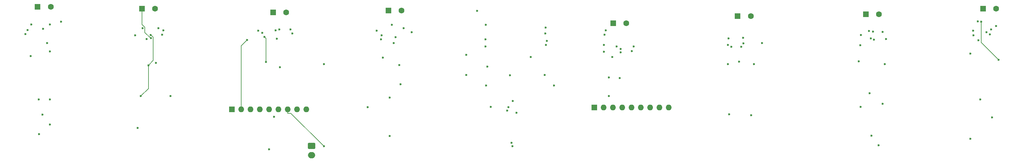
<source format=gbr>
%TF.GenerationSoftware,KiCad,Pcbnew,8.0.8*%
%TF.CreationDate,2025-05-04T20:59:53-05:00*%
%TF.ProjectId,Feedback_sleeve,46656564-6261-4636-9b5f-736c65657665,rev?*%
%TF.SameCoordinates,Original*%
%TF.FileFunction,Copper,L4,Inr*%
%TF.FilePolarity,Positive*%
%FSLAX46Y46*%
G04 Gerber Fmt 4.6, Leading zero omitted, Abs format (unit mm)*
G04 Created by KiCad (PCBNEW 8.0.8) date 2025-05-04 20:59:53*
%MOMM*%
%LPD*%
G01*
G04 APERTURE LIST*
G04 Aperture macros list*
%AMRoundRect*
0 Rectangle with rounded corners*
0 $1 Rounding radius*
0 $2 $3 $4 $5 $6 $7 $8 $9 X,Y pos of 4 corners*
0 Add a 4 corners polygon primitive as box body*
4,1,4,$2,$3,$4,$5,$6,$7,$8,$9,$2,$3,0*
0 Add four circle primitives for the rounded corners*
1,1,$1+$1,$2,$3*
1,1,$1+$1,$4,$5*
1,1,$1+$1,$6,$7*
1,1,$1+$1,$8,$9*
0 Add four rect primitives between the rounded corners*
20,1,$1+$1,$2,$3,$4,$5,0*
20,1,$1+$1,$4,$5,$6,$7,0*
20,1,$1+$1,$6,$7,$8,$9,0*
20,1,$1+$1,$8,$9,$2,$3,0*%
G04 Aperture macros list end*
%TA.AperFunction,ComponentPad*%
%ADD10RoundRect,0.250000X-0.550000X-0.550000X0.550000X-0.550000X0.550000X0.550000X-0.550000X0.550000X0*%
%TD*%
%TA.AperFunction,ComponentPad*%
%ADD11C,1.600000*%
%TD*%
%TA.AperFunction,ComponentPad*%
%ADD12R,1.600000X1.600000*%
%TD*%
%TA.AperFunction,ComponentPad*%
%ADD13O,1.600000X1.600000*%
%TD*%
%TA.AperFunction,ComponentPad*%
%ADD14RoundRect,0.250000X-0.750000X0.600000X-0.750000X-0.600000X0.750000X-0.600000X0.750000X0.600000X0*%
%TD*%
%TA.AperFunction,ComponentPad*%
%ADD15O,2.000000X1.700000*%
%TD*%
%TA.AperFunction,ViaPad*%
%ADD16C,0.600000*%
%TD*%
%TA.AperFunction,Conductor*%
%ADD17C,0.200000*%
%TD*%
G04 APERTURE END LIST*
D10*
%TO.N,Net-(J7-Pin_1)*%
%TO.C,J7*%
X242900000Y-17500000D03*
D11*
%TO.N,Net-(J7-Pin_2)*%
X246500000Y-17500000D03*
%TD*%
D10*
%TO.N,Net-(J8-Pin_1)*%
%TO.C,J8*%
X274900000Y-16000000D03*
D11*
%TO.N,Net-(J8-Pin_2)*%
X278500000Y-16000000D03*
%TD*%
D10*
%TO.N,Net-(J2-Pin_1)*%
%TO.C,J2*%
X45200000Y-16000000D03*
D11*
%TO.N,Net-(J2-Pin_2)*%
X48800000Y-16000000D03*
%TD*%
D10*
%TO.N,Net-(J6-Pin_1)*%
%TO.C,J6*%
X207900000Y-18000000D03*
D11*
%TO.N,Net-(J6-Pin_2)*%
X211500000Y-18000000D03*
%TD*%
D10*
%TO.N,Net-(J3-Pin_1)*%
%TO.C,J3*%
X81000000Y-17000000D03*
D11*
%TO.N,Net-(J3-Pin_2)*%
X84600000Y-17000000D03*
%TD*%
D12*
%TO.N,Net-(RN1-common)*%
%TO.C,RN2*%
X69760000Y-43500000D03*
D13*
%TO.N,Net-(RN2-R1)*%
X72300000Y-43500000D03*
%TO.N,Net-(RN2-R2)*%
X74840000Y-43500000D03*
%TO.N,Net-(RN2-R3)*%
X77380000Y-43500000D03*
%TO.N,Net-(RN2-R4)*%
X79920000Y-43500000D03*
%TO.N,Net-(RN2-R5)*%
X82460000Y-43500000D03*
%TO.N,Net-(RN2-R6)*%
X85000000Y-43500000D03*
%TO.N,Net-(RN2-R7)*%
X87540000Y-43500000D03*
%TO.N,Net-(RN2-R8)*%
X90080000Y-43500000D03*
%TD*%
D14*
%TO.N,Net-(J9-Pin_1)*%
%TO.C,J9*%
X91500000Y-53500000D03*
D15*
%TO.N,Net-(J9-Pin_2)*%
X91500000Y-56000000D03*
%TD*%
D10*
%TO.N,Net-(J4-Pin_1)*%
%TO.C,J4*%
X112500000Y-16500000D03*
D11*
%TO.N,Net-(J4-Pin_2)*%
X116100000Y-16500000D03*
%TD*%
D12*
%TO.N,Net-(RN1-common)*%
%TO.C,RN1*%
X168760000Y-43000000D03*
D13*
%TO.N,Net-(RN1-R1)*%
X171300000Y-43000000D03*
%TO.N,Net-(RN1-R2)*%
X173840000Y-43000000D03*
%TO.N,Net-(RN1-R3)*%
X176380000Y-43000000D03*
%TO.N,Net-(RN1-R4)*%
X178920000Y-43000000D03*
%TO.N,Net-(RN1-R5)*%
X181460000Y-43000000D03*
%TO.N,Net-(RN1-R6)*%
X184000000Y-43000000D03*
%TO.N,Net-(RN1-R7)*%
X186540000Y-43000000D03*
%TO.N,Net-(RN1-R8)*%
X189080000Y-43000000D03*
%TD*%
D10*
%TO.N,Net-(J1-Pin_1)*%
%TO.C,J1*%
X16700000Y-15500000D03*
D11*
%TO.N,Net-(J1-Pin_2)*%
X20300000Y-15500000D03*
%TD*%
D10*
%TO.N,Net-(J5-Pin_1)*%
%TO.C,J5*%
X173900000Y-20000000D03*
D11*
%TO.N,Net-(J5-Pin_2)*%
X177500000Y-20000000D03*
%TD*%
D16*
%TO.N,Net-(U1-GND)*%
X17095500Y-50321100D03*
X171377100Y-27752000D03*
X205594700Y-44905300D03*
X14834800Y-28967500D03*
X179017600Y-27617400D03*
X47589500Y-23225400D03*
X110467800Y-24348000D03*
X172682700Y-34819700D03*
X112842700Y-40329300D03*
X208245400Y-30467500D03*
X50728400Y-23100000D03*
X209432800Y-25440000D03*
X272252400Y-23280900D03*
X171566300Y-23086900D03*
X79067000Y-30518700D03*
X46961400Y-31470500D03*
X244401700Y-50745200D03*
X243947400Y-39076400D03*
X44866000Y-39904100D03*
X17001400Y-40829300D03*
X240951400Y-30411500D03*
X274157400Y-40829300D03*
X78663200Y-23693200D03*
X271418700Y-28282100D03*
X110979400Y-29408200D03*
X155457500Y-21133100D03*
X13395100Y-22941500D03*
X214570700Y-25376200D03*
X245123800Y-24500000D03*
%TO.N,Net-(U2-REG)*%
X274410700Y-19564400D03*
X279125700Y-29974700D03*
%TO.N,Net-(U4-REG)*%
X175674700Y-34923400D03*
%TO.N,Net-(U5-REG)*%
X113469400Y-20366500D03*
X115453800Y-31382200D03*
%TO.N,Net-(U10-REG)*%
X45411400Y-21344600D03*
X49065500Y-30811900D03*
%TO.N,Net-(U6-REG)*%
X15016300Y-20335300D03*
X20090700Y-47685200D03*
%TO.N,Net-(U9-REG)*%
X76938700Y-22008700D03*
X82922700Y-31970500D03*
%TO.N,Net-(U7-REG)*%
X243781600Y-22118400D03*
X246384400Y-53336900D03*
%TO.N,Net-(J1-Pin_1)*%
X19292700Y-25376200D03*
%TO.N,Net-(J1-Pin_2)*%
X23082700Y-19564400D03*
%TO.N,Net-(J2-Pin_2)*%
X51017600Y-21908700D03*
%TO.N,Net-(J2-Pin_1)*%
X47668900Y-24070700D03*
%TO.N,Net-(J3-Pin_2)*%
X85786700Y-21656900D03*
%TO.N,Net-(J3-Pin_1)*%
X86280400Y-22742700D03*
%TO.N,Net-(J4-Pin_1)*%
X114461700Y-23761600D03*
%TO.N,Net-(J4-Pin_2)*%
X118886400Y-22470300D03*
%TO.N,Net-(J5-Pin_2)*%
X179457200Y-26300300D03*
%TO.N,Net-(J5-Pin_1)*%
X175926200Y-27900000D03*
%TO.N,Net-(J6-Pin_1)*%
X208896100Y-26420700D03*
%TO.N,Net-(J7-Pin_1)*%
X248395400Y-24250000D03*
%TO.N,Net-(J7-Pin_2)*%
X244868400Y-22227600D03*
%TO.N,Net-(J8-Pin_1)*%
X276779600Y-23010400D03*
%TO.N,Net-(J8-Pin_2)*%
X277122500Y-21666800D03*
%TO.N,Net-(J9-Pin_1)*%
X145754700Y-34211000D03*
X94890700Y-31188000D03*
%TO.N,Net-(U1-PC01_A1_D1)*%
X173685700Y-29242000D03*
X171845900Y-21950500D03*
X139125100Y-20375000D03*
%TO.N,Net-(U1-PC05_A5_D5_SCL)*%
X139557100Y-31818900D03*
%TO.N,Net-(U1-PA03_A8_D8_SCK)*%
X82011000Y-24176200D03*
%TO.N,Net-(U1-PC00_A0_D0)*%
X273512700Y-19481600D03*
X273612700Y-24641500D03*
X136778700Y-16617400D03*
%TO.N,Net-(U1-PC06_A6_D6_TX)*%
X133786700Y-34093900D03*
X205249400Y-31188000D03*
X206170900Y-26416600D03*
%TO.N,Net-(U1-PC02_A2_D2)*%
X139058900Y-24413400D03*
X113954100Y-25376200D03*
%TO.N,Net-(U1-PA04_A9_D9_MISO)*%
X46445800Y-24270700D03*
X151344000Y-29168400D03*
%TO.N,Net-(U1-PC04_A4_D4_SDA)*%
X133786700Y-28647700D03*
%TO.N,Net-(U1-PC07_A7_D7_RX)*%
X155190200Y-34138800D03*
%TO.N,Net-(U1-PC03_A3_D3)*%
X139058900Y-26342800D03*
X241421900Y-25985700D03*
%TO.N,Net-(RN1-common)*%
X139214400Y-36999800D03*
X247484100Y-22339600D03*
X157739200Y-36999800D03*
X20092300Y-40829300D03*
X20090700Y-27682400D03*
X116668800Y-21334700D03*
X53002700Y-39905700D03*
X115830300Y-36619000D03*
X82695300Y-21708700D03*
X278429300Y-20774000D03*
X20090700Y-20330100D03*
X248039400Y-31188000D03*
X247482700Y-41982700D03*
X212337400Y-31188000D03*
X211578700Y-45078700D03*
X175924200Y-26989200D03*
X49716200Y-21330200D03*
X155381200Y-22754500D03*
X209417200Y-23983900D03*
%TO.N,Net-(RN1-R6)*%
X81279700Y-45523400D03*
X81692800Y-21917300D03*
%TO.N,Net-(RN1-R7)*%
X205374400Y-24104900D03*
%TO.N,Net-(RN1-R2)*%
X18070000Y-44981300D03*
X18194400Y-21458700D03*
%TO.N,Net-(RN1-R8)*%
X205233400Y-25927500D03*
%TO.N,Net-(RN1-R5)*%
X78041100Y-22633100D03*
X79930700Y-54435200D03*
%TO.N,Net-(RN1-R3)*%
X43340400Y-23250000D03*
X44026700Y-48623400D03*
%TO.N,Net-(RN1-R1)*%
X13996600Y-21818200D03*
X145314800Y-42912200D03*
%TO.N,Net-(RN1-R4)*%
X144991400Y-43836400D03*
%TO.N,Net-(RN2-R5)*%
X277402700Y-45717500D03*
X275844500Y-22470700D03*
%TO.N,Net-(RN2-R6)*%
X146389300Y-53624600D03*
X272168000Y-21999100D03*
X94871000Y-53624600D03*
X271418700Y-51529300D03*
%TO.N,Net-(RN2-R7)*%
X155792100Y-24795800D03*
X147504600Y-44475500D03*
X244286900Y-24161600D03*
%TO.N,Net-(RN2-R4)*%
X146160000Y-52645400D03*
X171326500Y-25862500D03*
X155558000Y-25896600D03*
%TO.N,Net-(RN2-R8)*%
X241531400Y-23154400D03*
X241498700Y-42811600D03*
%TO.N,Net-(RN2-R2)*%
X140461900Y-42812200D03*
X106858700Y-42942100D03*
X110618800Y-23261600D03*
%TO.N,Net-(RN2-R3)*%
X172682700Y-39905700D03*
X174878000Y-26284700D03*
X146470800Y-41259900D03*
%TO.N,Net-(RN2-R1)*%
X73946700Y-24529200D03*
X112842700Y-50827800D03*
X109318900Y-22028000D03*
%TD*%
D17*
%TO.N,Net-(U1-GND)*%
X44866000Y-39904100D02*
X46961400Y-37808700D01*
X48273100Y-23799400D02*
X47699100Y-23225400D01*
X47699100Y-23225400D02*
X47589500Y-23225400D01*
X46961400Y-31470500D02*
X48273100Y-30158800D01*
X79067000Y-24097000D02*
X79067000Y-30518700D01*
X48273100Y-30158800D02*
X48273100Y-23799400D01*
X46961400Y-37808700D02*
X46961400Y-31470500D01*
X78663200Y-23693200D02*
X79067000Y-24097000D01*
%TO.N,Net-(U2-REG)*%
X274410700Y-25259700D02*
X279125700Y-29974700D01*
X274410700Y-19564400D02*
X274410700Y-25259700D01*
%TO.N,Net-(J2-Pin_1)*%
X47557400Y-24070700D02*
X46013100Y-22526400D01*
X46013100Y-22526400D02*
X46013100Y-21095400D01*
X47668900Y-24070700D02*
X47557400Y-24070700D01*
X45200000Y-20282400D02*
X45200000Y-16000000D01*
X45200100Y-20282400D02*
X45200000Y-20282400D01*
X46013100Y-21095400D02*
X45200100Y-20282400D01*
%TO.N,Net-(RN2-R6)*%
X85000000Y-43500000D02*
X85000000Y-44601700D01*
X85848100Y-44601700D02*
X94871000Y-53624600D01*
X85000000Y-44601700D02*
X85848100Y-44601700D01*
%TO.N,Net-(RN2-R1)*%
X72300000Y-26175900D02*
X72300000Y-43500000D01*
X73946700Y-24529200D02*
X72300000Y-26175900D01*
%TD*%
M02*

</source>
